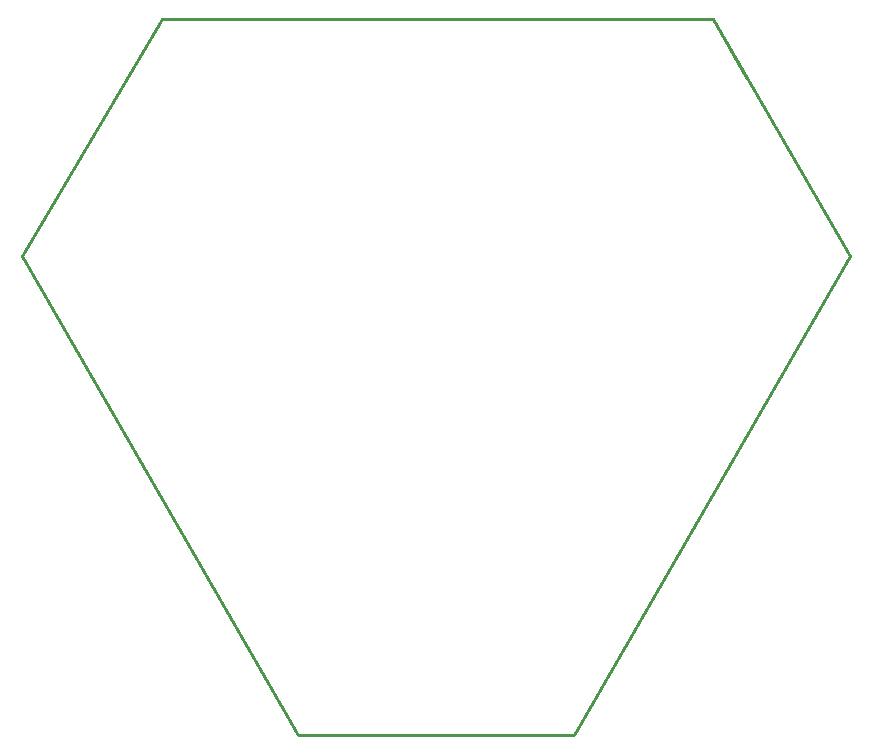
<source format=gko>
G04*
G04 #@! TF.GenerationSoftware,Altium Limited,Altium Designer,18.1.11 (251)*
G04*
G04 Layer_Color=16711935*
%FSLAX24Y24*%
%MOIN*%
G70*
G01*
G75*
%ADD15C,0.0100*%
D15*
X47350Y23850D02*
X56550Y39800D01*
X33600Y47700D02*
X51959D01*
X28944Y39807D02*
X38150Y23850D01*
X38150Y23850D02*
X47350D01*
X51959Y47700D02*
X56550Y39800D01*
X28944Y39807D02*
X33600Y47700D01*
X51959D02*
X53085Y45706D01*
Y45706D02*
Y45706D01*
M02*

</source>
